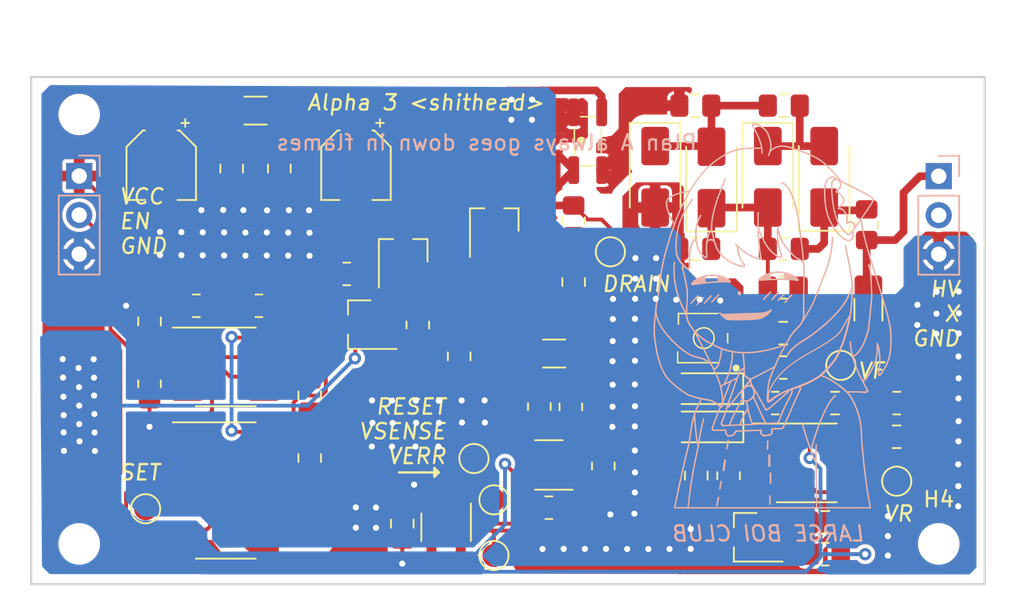
<source format=kicad_pcb>
(kicad_pcb (version 20221018) (generator pcbnew)

  (general
    (thickness 1.6)
  )

  (paper "A4")
  (layers
    (0 "F.Cu" signal)
    (31 "B.Cu" signal)
    (32 "B.Adhes" user "B.Adhesive")
    (33 "F.Adhes" user "F.Adhesive")
    (34 "B.Paste" user)
    (35 "F.Paste" user)
    (36 "B.SilkS" user "B.Silkscreen")
    (37 "F.SilkS" user "F.Silkscreen")
    (38 "B.Mask" user)
    (39 "F.Mask" user)
    (40 "Dwgs.User" user "User.Drawings")
    (41 "Cmts.User" user "User.Comments")
    (42 "Eco1.User" user "User.Eco1")
    (43 "Eco2.User" user "User.Eco2")
    (44 "Edge.Cuts" user)
    (45 "Margin" user)
    (46 "B.CrtYd" user "B.Courtyard")
    (47 "F.CrtYd" user "F.Courtyard")
    (48 "B.Fab" user)
    (49 "F.Fab" user)
    (50 "User.1" user)
    (51 "User.2" user)
    (52 "User.3" user)
    (53 "User.4" user)
    (54 "User.5" user)
    (55 "User.6" user)
    (56 "User.7" user)
    (57 "User.8" user)
    (58 "User.9" user)
  )

  (setup
    (pad_to_mask_clearance 0)
    (pcbplotparams
      (layerselection 0x00010fc_ffffffff)
      (plot_on_all_layers_selection 0x0000000_00000000)
      (disableapertmacros false)
      (usegerberextensions false)
      (usegerberattributes true)
      (usegerberadvancedattributes true)
      (creategerberjobfile true)
      (dashed_line_dash_ratio 12.000000)
      (dashed_line_gap_ratio 3.000000)
      (svgprecision 4)
      (plotframeref false)
      (viasonmask false)
      (mode 1)
      (useauxorigin false)
      (hpglpennumber 1)
      (hpglpenspeed 20)
      (hpglpendiameter 15.000000)
      (dxfpolygonmode true)
      (dxfimperialunits true)
      (dxfusepcbnewfont true)
      (psnegative false)
      (psa4output false)
      (plotreference true)
      (plotvalue true)
      (plotinvisibletext false)
      (sketchpadsonfab false)
      (subtractmaskfromsilk false)
      (outputformat 1)
      (mirror false)
      (drillshape 1)
      (scaleselection 1)
      (outputdirectory "")
    )
  )

  (net 0 "")
  (net 1 "VCC")
  (net 2 "GND")
  (net 3 "/VPR")
  (net 4 "Net-(C5-Pad1)")
  (net 5 "/RFEED_H")
  (net 6 "/VTR_SEC")
  (net 7 "Net-(D1-K)")
  (net 8 "Net-(D2-K)")
  (net 9 "Net-(D3-K)")
  (net 10 "Net-(C9-Pad1)")
  (net 11 "Net-(D4-K)")
  (net 12 "/GATE")
  (net 13 "VPP")
  (net 14 "/VREF")
  (net 15 "Net-(U5-CV)")
  (net 16 "Net-(U5-THR)")
  (net 17 "/VFEED")
  (net 18 "Net-(D5-K)")
  (net 19 "Net-(C19-Pad1)")
  (net 20 "/VERR")
  (net 21 "Net-(D7-K)")
  (net 22 "/ENABLE")
  (net 23 "unconnected-(J2-Pin_2-Pad2)")
  (net 24 "Net-(Q2-B)")
  (net 25 "Net-(Q2-E)")
  (net 26 "/MOS_D")
  (net 27 "Net-(U1-+)")
  (net 28 "Net-(U1--)")
  (net 29 "/VSENSE")
  (net 30 "/SR_Q")
  (net 31 "/SR_R")
  (net 32 "/SR_S")
  (net 33 "Net-(U6A--)")
  (net 34 "Net-(U5-DIS)")
  (net 35 "/SR_NQ")
  (net 36 "Net-(TP6-Pad1)")

  (footprint "Capacitor_SMD:C_1206_3216Metric_Pad1.33x1.80mm_HandSolder" (layer "F.Cu") (at 190.754 67.056 -90))

  (footprint "Package_TO_SOT_SMD:SOT-23-5_HandSoldering" (layer "F.Cu") (at 169.98 77.16 180))

  (footprint "Resistor_SMD:R_0805_2012Metric_Pad1.20x1.40mm_HandSolder" (layer "F.Cu") (at 156.84 64.73))

  (footprint "lcsc_misc:VG039NCHXTB222" (layer "F.Cu") (at 178.455 68.954861 90))

  (footprint "TestPoint:TestPoint_Pad_D1.5mm" (layer "F.Cu") (at 165.11 76.74 180))

  (footprint "Capacitor_SMD:C_0805_2012Metric_Pad1.18x1.45mm_HandSolder" (layer "F.Cu") (at 144.018 67.818 90))

  (footprint "Diode_SMD:D_SOD-123" (layer "F.Cu") (at 180.255 72.195 180))

  (footprint "Diode_SMD:D_SMA" (layer "F.Cu") (at 184.216666 58.41 -90))

  (footprint "Capacitor_SMD:C_0805_2012Metric_Pad1.18x1.45mm_HandSolder" (layer "F.Cu") (at 164.15 70.09 -90))

  (footprint "Capacitor_SMD:C_0805_2012Metric_Pad1.18x1.45mm_HandSolder" (layer "F.Cu") (at 185.254166 63.1))

  (footprint "TestPoint:TestPoint_Pad_D1.5mm" (layer "F.Cu") (at 192.595 78.215))

  (footprint "Diode_SMD:D_SMA" (layer "F.Cu") (at 176.89 58.41 -90))

  (footprint "Resistor_SMD:R_1206_3216Metric_Pad1.30x1.75mm_HandSolder" (layer "F.Cu") (at 170.33 69.91))

  (footprint "Capacitor_SMD:C_0805_2012Metric_Pad1.18x1.45mm_HandSolder" (layer "F.Cu") (at 154.432 76.708 -90))

  (footprint "Resistor_SMD:R_0805_2012Metric_Pad1.20x1.40mm_HandSolder" (layer "F.Cu") (at 171.41 73.38 -90))

  (footprint "Package_SO:SOIC-8_3.9x4.9mm_P1.27mm" (layer "F.Cu") (at 148.975 70.78))

  (footprint "Resistor_SMD:R_0805_2012Metric_Pad1.20x1.40mm_HandSolder" (layer "F.Cu") (at 190.64 61.53 -90))

  (footprint "Diode_SMD:D_SOD-123" (layer "F.Cu") (at 180.265 74.685 180))

  (footprint "Resistor_SMD:R_0805_2012Metric_Pad1.20x1.40mm_HandSolder" (layer "F.Cu") (at 185.216666 65.6))

  (footprint "Capacitor_SMD:CP_Elec_4x5.4" (layer "F.Cu") (at 157.44 57.658 -90))

  (footprint "Resistor_SMD:R_0805_2012Metric_Pad1.20x1.40mm_HandSolder" (layer "F.Cu") (at 173.52 77.23 90))

  (footprint "lcsc_misc:ATB322524-0110-T000" (layer "F.Cu") (at 172.49 56.1 -90))

  (footprint "Resistor_SMD:R_0805_2012Metric_Pad1.20x1.40mm_HandSolder" (layer "F.Cu") (at 144.018 71.882 -90))

  (footprint "Resistor_SMD:R_0805_2012Metric_Pad1.20x1.40mm_HandSolder" (layer "F.Cu") (at 151.13 66.802))

  (footprint "Resistor_SMD:R_0805_2012Metric_Pad1.20x1.40mm_HandSolder" (layer "F.Cu") (at 169.98 79.94 180))

  (footprint "Capacitor_SMD:C_0805_2012Metric_Pad1.18x1.45mm_HandSolder" (layer "F.Cu") (at 192.595 75.325 180))

  (footprint "Resistor_SMD:R_0805_2012Metric_Pad1.20x1.40mm_HandSolder" (layer "F.Cu") (at 192.595 73.135 180))

  (footprint "Diode_SMD:D_SMA" (layer "F.Cu") (at 180.553333 58.455 90))

  (footprint "TestPoint:TestPoint_Pad_D1.5mm" (layer "F.Cu") (at 188.96 70.68))

  (footprint "Package_TO_SOT_SMD:SOT-23_Handsoldering" (layer "F.Cu") (at 182.77 81.865 180))

  (footprint "Resistor_SMD:R_0805_2012Metric_Pad1.20x1.40mm_HandSolder" (layer "F.Cu") (at 187.955 82.965 180))

  (footprint "TestPoint:TestPoint_Pad_D1.5mm" (layer "F.Cu") (at 166.41 79.43 180))

  (footprint "TestPoint:TestPoint_Pad_D1.5mm" (layer "F.Cu") (at 143.764 80.01))

  (footprint "MountingHole:MountingHole_2.2mm_M2_DIN965" (layer "F.Cu") (at 139.446 54.356))

  (footprint "MountingHole:MountingHole_2.2mm_M2_DIN965" (layer "F.Cu") (at 139.446 82.296))

  (footprint "Resistor_SMD:R_0805_2012Metric_Pad1.20x1.40mm_HandSolder" (layer "F.Cu") (at 169.36 73.36 -90))

  (footprint "Resistor_SMD:R_0805_2012Metric_Pad1.20x1.40mm_HandSolder" (layer "F.Cu") (at 181.665 77.855 90))

  (footprint "Package_TO_SOT_SMD:SOT-23-5_HandSoldering" (layer "F.Cu") (at 163.3 81.21 -90))

  (footprint "TestPoint:TestPoint_Pad_D1.5mm" (layer "F.Cu") (at 166.41 83.05 180))

  (footprint "Capacitor_SMD:C_0805_2012Metric_Pad1.18x1.45mm_HandSolder" (layer "F.Cu") (at 160.45 80.98 90))

  (footprint "Capacitor_SMD:C_0805_2012Metric_Pad1.18x1.45mm_HandSolder" (layer "F.Cu") (at 187.955 80.895 180))

  (footprint "Capacitor_SMD:C_0805_2012Metric_Pad1.18x1.45mm_HandSolder" (layer "F.Cu") (at 154.432 72.644 -90))

  (footprint "Resistor_SMD:R_0805_2012Metric_Pad1.20x1.40mm_HandSolder" (layer "F.Cu") (at 147.066 66.802))

  (footprint "MountingHole:MountingHole_2.2mm_M2_DIN965" (layer "F.Cu") (at 195.326 54.356))

  (footprint "Capacitor_SMD:C_0805_2012Metric_Pad1.18x1.45mm_HandSolder" (layer "F.Cu") (at 179.5 53.78))

  (footprint "Capacitor_SMD:CP_Elec_4x5.4" (layer "F.Cu") (at 144.78 57.658 -90))

  (footprint "Capacitor_SMD:C_0805_2012Metric_Pad1.18x1.45mm_HandSolder" (layer "F.Cu") (at 152.46 57.87 -90))

  (footprint "TestPoint:TestPoint_Pad_D1.5mm" (layer "F.Cu") (at 173.98 63.29))

  (footprint "Resistor_SMD:R_0805_2012Metric_Pad1.20x1.40mm_HandSolder" (layer "F.Cu") (at 161.46 68.0525 -90))

  (footprint "Capacitor_SMD:C_0805_2012Metric_Pad1.18x1.45mm_HandSolder" (layer "F.Cu") (at 149.36 57.87 -90))

  (footprint "Package_TO_SOT_SMD:SOT-23_Handsoldering" (layer "F.Cu") (at 166.43 61.22 90))

  (footprint "Package_SO:SOIC-14_3.9x8.7mm_P1.27mm" (layer "F.Cu") (at 148.975 78.82))

  (footprint "Resistor_SMD:R_1206_3216Metric_Pad1.30x1.75mm_HandSolder" (layer "F.Cu") (at 150.91 54.102))

  (footprint "Package_TO_SOT_SMD:SOT-23_Handsoldering" (layer "F.Cu") (at 157.68 68.03 180))

  (footprint "Capacitor_SMD:C_0805_2012Metric_Pad1.18x1.45mm_HandSolder" (layer "F.Cu") (at 171.59 65.2575 -90))

  (footprint "Capacitor_SMD:C_0805_2012Metric_Pad1.18x1.45mm_HandSolder" (layer "F.Cu") (at 188.585 73.135 180))

  (footprint "Package_SO:SOIC-8_3.9x4.9mm_P1.27mm" (layer "F.Cu") (at 186.745 77.025))

  (footprint "Resistor_SMD:R_0805_2012Metric_Pad1.20x1.40mm_HandSolder" (layer "F.Cu")
    (tstamp d3ebe3de-4152-4b73-9562-52acf6cd934c)
    (at 184.695 73.135 180)
    (descr "Resistor SMD 0805 (2012 Metric), square (rectangular) end terminal, IPC_7351 nominal with elongated pad for handsoldering. (Body size source: IPC-SM-782 page 72, https://www.pcb-3d.com/wordpress/wp-content/uploads/ipc-sm-782a_am
... [2811626 chars truncated]
</source>
